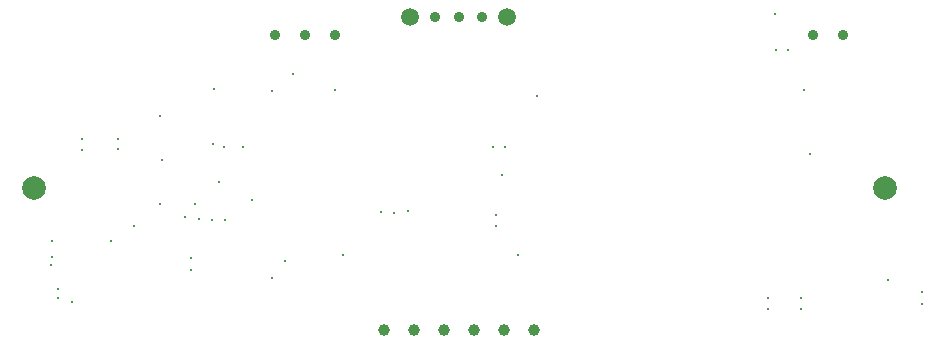
<source format=gbr>
%TF.GenerationSoftware,KiCad,Pcbnew,9.0.6*%
%TF.CreationDate,2026-02-05T22:18:58+05:30*%
%TF.ProjectId,Vitalung_V0.1,56697461-6c75-46e6-975f-56302e312e6b,0.1*%
%TF.SameCoordinates,PX7057c40PY68e7780*%
%TF.FileFunction,Plated,1,2,PTH,Drill*%
%TF.FilePolarity,Positive*%
%FSLAX46Y46*%
G04 Gerber Fmt 4.6, Leading zero omitted, Abs format (unit mm)*
G04 Created by KiCad (PCBNEW 9.0.6) date 2026-02-05 22:18:58*
%MOMM*%
%LPD*%
G01*
G04 APERTURE LIST*
%TA.AperFunction,ViaDrill*%
%ADD10C,0.300000*%
%TD*%
%TA.AperFunction,ComponentDrill*%
%ADD11C,0.900000*%
%TD*%
%TA.AperFunction,ComponentDrill*%
%ADD12C,1.000000*%
%TD*%
%TA.AperFunction,ComponentDrill*%
%ADD13C,1.500000*%
%TD*%
%TA.AperFunction,ComponentDrill*%
%ADD14C,2.000000*%
%TD*%
G04 APERTURE END LIST*
D10*
X5500000Y9500000D03*
X5600000Y11500000D03*
X5600000Y10200000D03*
X6100000Y7500000D03*
X6100000Y6700000D03*
X7300000Y6400000D03*
X8100000Y20200000D03*
X8100000Y19200000D03*
X10600000Y11500000D03*
X11200000Y20200000D03*
X11200000Y19300000D03*
X12500000Y12800000D03*
X14700000Y22100000D03*
X14700000Y14700000D03*
X14900000Y18400000D03*
X16800000Y13600000D03*
X17300000Y10100000D03*
X17300000Y9100000D03*
X17700000Y14700000D03*
X18000000Y13400000D03*
X19100000Y13300000D03*
X19200000Y19700000D03*
X19300000Y24400000D03*
X19700000Y16500000D03*
X20100000Y19500000D03*
X20200000Y13300000D03*
X21700000Y19500000D03*
X22500000Y15000000D03*
X24200000Y24200000D03*
X24200000Y8400000D03*
X25300000Y9800000D03*
X26000000Y25699000D03*
X29500000Y24300000D03*
X30200000Y10300000D03*
X33400000Y14000000D03*
X34500000Y13900000D03*
X35700000Y14100000D03*
X42900000Y19500000D03*
X43200000Y13700000D03*
X43200000Y12800000D03*
X43700000Y17100000D03*
X43900000Y19500000D03*
X45000000Y10300000D03*
X46600000Y23800000D03*
X66200000Y6700000D03*
X66200000Y5800000D03*
X66800000Y30711750D03*
X66900000Y27700000D03*
X67900000Y27700000D03*
X69000000Y6700000D03*
X69000000Y5800000D03*
X69200000Y24300000D03*
X69719046Y18919046D03*
X76375000Y8225000D03*
X79200000Y7200000D03*
X79200000Y6200000D03*
D11*
%TO.C,D1*%
X24420000Y29000000D03*
X26960000Y29000000D03*
X29500000Y29000000D03*
%TO.C,SW1*%
X38000000Y30500000D03*
X40000000Y30500000D03*
X42000000Y30500000D03*
%TO.C,D2*%
X70000000Y29000000D03*
X72540000Y29000000D03*
D12*
%TO.C,J1*%
X33650000Y4000000D03*
X36190000Y4000000D03*
X38730000Y4000000D03*
X41270000Y4000000D03*
X43810000Y4000000D03*
X46350000Y4000000D03*
D13*
%TO.C,SW1*%
X35900000Y30500000D03*
X44100000Y30500000D03*
D14*
%TO.C,BT1*%
X4075000Y16040000D03*
X76075000Y16040000D03*
M02*

</source>
